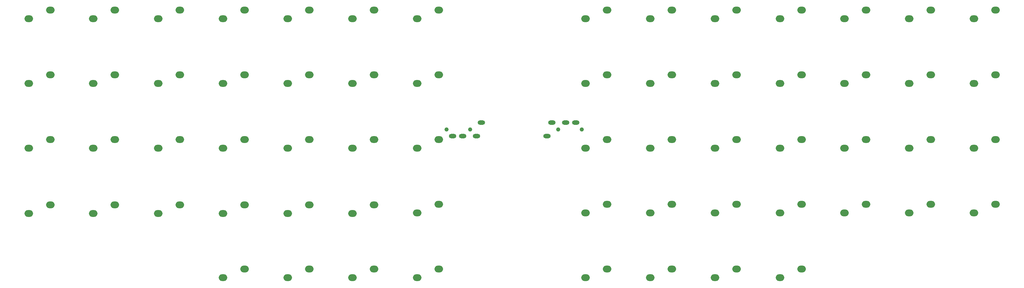
<source format=gbr>
%TF.GenerationSoftware,KiCad,Pcbnew,(7.0.0-0)*%
%TF.CreationDate,2023-03-05T21:50:49+09:00*%
%TF.ProjectId,11111,31313131-312e-46b6-9963-61645f706362,rev?*%
%TF.SameCoordinates,Original*%
%TF.FileFunction,Legend,Top*%
%TF.FilePolarity,Positive*%
%FSLAX46Y46*%
G04 Gerber Fmt 4.6, Leading zero omitted, Abs format (unit mm)*
G04 Created by KiCad (PCBNEW (7.0.0-0)) date 2023-03-05 21:50:49*
%MOMM*%
%LPD*%
G01*
G04 APERTURE LIST*
%ADD10O,2.500000X2.000000*%
%ADD11C,1.210000*%
%ADD12O,2.200000X1.300000*%
G04 APERTURE END LIST*
D10*
%TO.C,SW13*%
X301624999Y-38039999D03*
X307974999Y-35499999D03*
%TD*%
%TO.C,SW46*%
X99694999Y-95309999D03*
X106044999Y-92769999D03*
%TD*%
%TO.C,SW8*%
X206424999Y-38039999D03*
X212774999Y-35499999D03*
%TD*%
%TO.C,SW54*%
X282624999Y-95189999D03*
X288974999Y-92649999D03*
%TD*%
%TO.C,SW61*%
X206424999Y-114239999D03*
X212774999Y-111699999D03*
%TD*%
%TO.C,SW26*%
X282624999Y-57089999D03*
X288974999Y-54549999D03*
%TD*%
%TO.C,SW22*%
X206424999Y-57089999D03*
X212774999Y-54549999D03*
%TD*%
D11*
%TO.C,J1*%
X165500000Y-70580000D03*
X172500000Y-70580000D03*
D12*
X175799999Y-68579999D03*
X167299999Y-72579999D03*
X170299999Y-72579999D03*
X174299999Y-72579999D03*
%TD*%
D10*
%TO.C,SW34*%
X137794999Y-76139999D03*
X144144999Y-73599999D03*
%TD*%
%TO.C,SW15*%
X42544999Y-57089999D03*
X48894999Y-54549999D03*
%TD*%
%TO.C,SW62*%
X225424999Y-114239999D03*
X231774999Y-111699999D03*
%TD*%
%TO.C,SW23*%
X225424999Y-57089999D03*
X231774999Y-54549999D03*
%TD*%
%TO.C,SW45*%
X80644999Y-95309999D03*
X86994999Y-92769999D03*
%TD*%
%TO.C,SW57*%
X99754999Y-114239999D03*
X106104999Y-111699999D03*
%TD*%
%TO.C,SW1*%
X42544999Y-38039999D03*
X48894999Y-35499999D03*
%TD*%
%TO.C,SW12*%
X282624999Y-38039999D03*
X288974999Y-35499999D03*
%TD*%
%TO.C,SW58*%
X118744999Y-114239999D03*
X125094999Y-111699999D03*
%TD*%
%TO.C,SW16*%
X61524999Y-57089999D03*
X67874999Y-54549999D03*
%TD*%
%TO.C,SW40*%
X282624999Y-76139999D03*
X288974999Y-73599999D03*
%TD*%
%TO.C,SW19*%
X118744999Y-57089999D03*
X125094999Y-54549999D03*
%TD*%
%TO.C,SW43*%
X42544999Y-95309999D03*
X48894999Y-92769999D03*
%TD*%
%TO.C,SW53*%
X263624999Y-95189999D03*
X269974999Y-92649999D03*
%TD*%
%TO.C,SW47*%
X118744999Y-95309999D03*
X125094999Y-92769999D03*
%TD*%
%TO.C,SW35*%
X156844999Y-76139999D03*
X163194999Y-73599999D03*
%TD*%
%TO.C,SW28*%
X320724999Y-57089999D03*
X327074999Y-54549999D03*
%TD*%
%TO.C,SW51*%
X225424999Y-95189999D03*
X231774999Y-92649999D03*
%TD*%
%TO.C,SW37*%
X225424999Y-76139999D03*
X231774999Y-73599999D03*
%TD*%
%TO.C,SW56*%
X320724999Y-95189999D03*
X327074999Y-92649999D03*
%TD*%
%TO.C,SW30*%
X61524999Y-76139999D03*
X67874999Y-73599999D03*
%TD*%
%TO.C,SW33*%
X118744999Y-76139999D03*
X125094999Y-73599999D03*
%TD*%
%TO.C,SW9*%
X225424999Y-38039999D03*
X231774999Y-35499999D03*
%TD*%
%TO.C,SW27*%
X301624999Y-57089999D03*
X307974999Y-54549999D03*
%TD*%
%TO.C,SW14*%
X320724999Y-38039999D03*
X327074999Y-35499999D03*
%TD*%
%TO.C,SW50*%
X206424999Y-95189999D03*
X212774999Y-92649999D03*
%TD*%
%TO.C,SW38*%
X244524999Y-76139999D03*
X250874999Y-73599999D03*
%TD*%
%TO.C,SW11*%
X263624999Y-38039999D03*
X269974999Y-35499999D03*
%TD*%
%TO.C,SW6*%
X137794999Y-38039999D03*
X144144999Y-35499999D03*
%TD*%
%TO.C,SW44*%
X61524999Y-95309999D03*
X67874999Y-92769999D03*
%TD*%
%TO.C,SW52*%
X244524999Y-95189999D03*
X250874999Y-92649999D03*
%TD*%
%TO.C,SW49*%
X156844999Y-95189999D03*
X163194999Y-92649999D03*
%TD*%
%TO.C,SW21*%
X156844999Y-57089999D03*
X163194999Y-54549999D03*
%TD*%
%TO.C,SW29*%
X42544999Y-76139999D03*
X48894999Y-73599999D03*
%TD*%
%TO.C,SW4*%
X99694999Y-38039999D03*
X106044999Y-35499999D03*
%TD*%
%TO.C,SW39*%
X263624999Y-76139999D03*
X269974999Y-73599999D03*
%TD*%
%TO.C,SW59*%
X137794999Y-114239999D03*
X144144999Y-111699999D03*
%TD*%
%TO.C,SW20*%
X137794999Y-57089999D03*
X144144999Y-54549999D03*
%TD*%
%TO.C,SW32*%
X99694999Y-76139999D03*
X106044999Y-73599999D03*
%TD*%
%TO.C,SW55*%
X301624999Y-95189999D03*
X307974999Y-92649999D03*
%TD*%
%TO.C,SW2*%
X61524999Y-38039999D03*
X67874999Y-35499999D03*
%TD*%
%TO.C,SW3*%
X80644999Y-38039999D03*
X86994999Y-35499999D03*
%TD*%
%TO.C,SW7*%
X156844999Y-38039999D03*
X163194999Y-35499999D03*
%TD*%
%TO.C,SW24*%
X244524999Y-57089999D03*
X250874999Y-54549999D03*
%TD*%
%TO.C,SW17*%
X80644999Y-57089999D03*
X86994999Y-54549999D03*
%TD*%
%TO.C,SW25*%
X263624999Y-57089999D03*
X269974999Y-54549999D03*
%TD*%
D11*
%TO.C,J2*%
X205345000Y-70580000D03*
X198345000Y-70580000D03*
D12*
X195044999Y-72579999D03*
X203544999Y-68579999D03*
X200544999Y-68579999D03*
X196544999Y-68579999D03*
%TD*%
D10*
%TO.C,SW48*%
X137794999Y-95309999D03*
X144144999Y-92769999D03*
%TD*%
%TO.C,SW10*%
X244524999Y-38039999D03*
X250874999Y-35499999D03*
%TD*%
%TO.C,SW60*%
X156844999Y-114239999D03*
X163194999Y-111699999D03*
%TD*%
%TO.C,SW18*%
X99694999Y-57089999D03*
X106044999Y-54549999D03*
%TD*%
%TO.C,SW64*%
X263624999Y-114239999D03*
X269974999Y-111699999D03*
%TD*%
%TO.C,SW41*%
X301624999Y-76139999D03*
X307974999Y-73599999D03*
%TD*%
%TO.C,SW42*%
X320724999Y-76139999D03*
X327074999Y-73599999D03*
%TD*%
%TO.C,SW31*%
X80644999Y-76139999D03*
X86994999Y-73599999D03*
%TD*%
%TO.C,SW36*%
X206424999Y-76139999D03*
X212774999Y-73599999D03*
%TD*%
%TO.C,SW5*%
X118744999Y-38039999D03*
X125094999Y-35499999D03*
%TD*%
%TO.C,SW63*%
X244524999Y-114239999D03*
X250874999Y-111699999D03*
%TD*%
M02*

</source>
